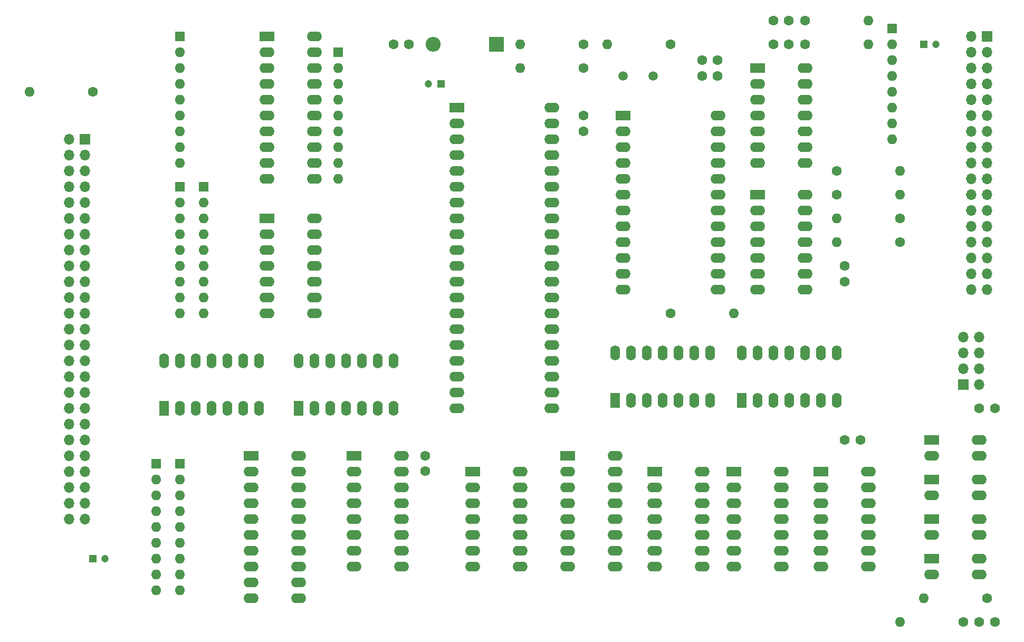
<source format=gbr>
%TF.GenerationSoftware,KiCad,Pcbnew,(5.1.10)-1*%
%TF.CreationDate,2022-02-01T13:34:57+01:00*%
%TF.ProjectId,TA8-FDC,5441382d-4644-4432-9e6b-696361645f70,rev?*%
%TF.SameCoordinates,Original*%
%TF.FileFunction,Soldermask,Top*%
%TF.FilePolarity,Negative*%
%FSLAX46Y46*%
G04 Gerber Fmt 4.6, Leading zero omitted, Abs format (unit mm)*
G04 Created by KiCad (PCBNEW (5.1.10)-1) date 2022-02-01 13:34:57*
%MOMM*%
%LPD*%
G01*
G04 APERTURE LIST*
%ADD10O,1.600000X1.600000*%
%ADD11C,1.600000*%
%ADD12O,2.400000X1.600000*%
%ADD13R,2.400000X1.600000*%
%ADD14O,1.700000X1.700000*%
%ADD15R,1.700000X1.700000*%
%ADD16R,1.600000X1.600000*%
%ADD17O,2.400000X2.400000*%
%ADD18R,2.400000X2.400000*%
%ADD19C,1.500000*%
%ADD20C,1.200000*%
%ADD21R,1.200000X1.200000*%
%ADD22O,1.600000X2.400000*%
%ADD23R,1.600000X2.400000*%
G04 APERTURE END LIST*
D10*
%TO.C,R4*%
X250190000Y-137160000D03*
D11*
X260350000Y-137160000D03*
%TD*%
D10*
%TO.C,R3*%
X254000000Y-133350000D03*
D11*
X264160000Y-133350000D03*
%TD*%
D10*
%TO.C,R2*%
X245110000Y-44450000D03*
D11*
X234950000Y-44450000D03*
%TD*%
D10*
%TO.C,R1*%
X245110000Y-40640000D03*
D11*
X234950000Y-40640000D03*
%TD*%
%TO.C,C7*%
X262930000Y-137160000D03*
X265430000Y-137160000D03*
%TD*%
%TO.C,C6*%
X232370000Y-44450000D03*
X229870000Y-44450000D03*
%TD*%
%TO.C,C5*%
X262930000Y-102870000D03*
X265430000Y-102870000D03*
%TD*%
%TO.C,C4*%
X232370000Y-40640000D03*
X229870000Y-40640000D03*
%TD*%
D12*
%TO.C,U4*%
X262890000Y-127000000D03*
X255270000Y-129540000D03*
X262890000Y-129540000D03*
D13*
X255270000Y-127000000D03*
%TD*%
D12*
%TO.C,U3*%
X262890000Y-120650000D03*
X255270000Y-123190000D03*
X262890000Y-123190000D03*
D13*
X255270000Y-120650000D03*
%TD*%
D12*
%TO.C,U2*%
X262890000Y-114300000D03*
X255270000Y-116840000D03*
X262890000Y-116840000D03*
D13*
X255270000Y-114300000D03*
%TD*%
D14*
%TO.C,J2*%
X262890000Y-91440000D03*
X260350000Y-91440000D03*
X262890000Y-93980000D03*
X260350000Y-93980000D03*
X262890000Y-96520000D03*
X260350000Y-96520000D03*
X262890000Y-99060000D03*
D15*
X260350000Y-99060000D03*
%TD*%
D12*
%TO.C,U5*%
X262890000Y-107950000D03*
X255270000Y-110490000D03*
X262890000Y-110490000D03*
D13*
X255270000Y-107950000D03*
%TD*%
D12*
%TO.C,IC105*%
X218440000Y-113030000D03*
X210820000Y-128270000D03*
X218440000Y-115570000D03*
X210820000Y-125730000D03*
X218440000Y-118110000D03*
X210820000Y-123190000D03*
X218440000Y-120650000D03*
X210820000Y-120650000D03*
X218440000Y-123190000D03*
X210820000Y-118110000D03*
X218440000Y-125730000D03*
X210820000Y-115570000D03*
X218440000Y-128270000D03*
D13*
X210820000Y-113030000D03*
%TD*%
D12*
%TO.C,IC10*%
X220980000Y-55880000D03*
X205740000Y-83820000D03*
X220980000Y-58420000D03*
X205740000Y-81280000D03*
X220980000Y-60960000D03*
X205740000Y-78740000D03*
X220980000Y-63500000D03*
X205740000Y-76200000D03*
X220980000Y-66040000D03*
X205740000Y-73660000D03*
X220980000Y-68580000D03*
X205740000Y-71120000D03*
X220980000Y-71120000D03*
X205740000Y-68580000D03*
X220980000Y-73660000D03*
X205740000Y-66040000D03*
X220980000Y-76200000D03*
X205740000Y-63500000D03*
X220980000Y-78740000D03*
X205740000Y-60960000D03*
X220980000Y-81280000D03*
X205740000Y-58420000D03*
X220980000Y-83820000D03*
D13*
X205740000Y-55880000D03*
%TD*%
D14*
%TO.C,J1*%
X261620000Y-83820000D03*
X264160000Y-83820000D03*
X261620000Y-81280000D03*
X264160000Y-81280000D03*
X261620000Y-78740000D03*
X264160000Y-78740000D03*
X261620000Y-76200000D03*
X264160000Y-76200000D03*
X261620000Y-73660000D03*
X264160000Y-73660000D03*
X261620000Y-71120000D03*
X264160000Y-71120000D03*
X261620000Y-68580000D03*
X264160000Y-68580000D03*
X261620000Y-66040000D03*
X264160000Y-66040000D03*
X261620000Y-63500000D03*
X264160000Y-63500000D03*
X261620000Y-60960000D03*
X264160000Y-60960000D03*
X261620000Y-58420000D03*
X264160000Y-58420000D03*
X261620000Y-55880000D03*
X264160000Y-55880000D03*
X261620000Y-53340000D03*
X264160000Y-53340000D03*
X261620000Y-50800000D03*
X264160000Y-50800000D03*
X261620000Y-48260000D03*
X264160000Y-48260000D03*
X261620000Y-45720000D03*
X264160000Y-45720000D03*
X261620000Y-43180000D03*
D15*
X264160000Y-43180000D03*
%TD*%
D12*
%TO.C,IC109*%
X234950000Y-68580000D03*
X227330000Y-83820000D03*
X234950000Y-71120000D03*
X227330000Y-81280000D03*
X234950000Y-73660000D03*
X227330000Y-78740000D03*
X234950000Y-76200000D03*
X227330000Y-76200000D03*
X234950000Y-78740000D03*
X227330000Y-73660000D03*
X234950000Y-81280000D03*
X227330000Y-71120000D03*
X234950000Y-83820000D03*
D13*
X227330000Y-68580000D03*
%TD*%
D12*
%TO.C,IC102*%
X234950000Y-48260000D03*
X227330000Y-63500000D03*
X234950000Y-50800000D03*
X227330000Y-60960000D03*
X234950000Y-53340000D03*
X227330000Y-58420000D03*
X234950000Y-55880000D03*
X227330000Y-55880000D03*
X234950000Y-58420000D03*
X227330000Y-53340000D03*
X234950000Y-60960000D03*
X227330000Y-50800000D03*
X234950000Y-63500000D03*
D13*
X227330000Y-48260000D03*
%TD*%
D12*
%TO.C,IC108*%
X204470000Y-110490000D03*
X196850000Y-128270000D03*
X204470000Y-113030000D03*
X196850000Y-125730000D03*
X204470000Y-115570000D03*
X196850000Y-123190000D03*
X204470000Y-118110000D03*
X196850000Y-120650000D03*
X204470000Y-120650000D03*
X196850000Y-118110000D03*
X204470000Y-123190000D03*
X196850000Y-115570000D03*
X204470000Y-125730000D03*
X196850000Y-113030000D03*
X204470000Y-128270000D03*
D13*
X196850000Y-110490000D03*
%TD*%
D12*
%TO.C,U16*%
X153670000Y-110490000D03*
X146050000Y-133350000D03*
X153670000Y-113030000D03*
X146050000Y-130810000D03*
X153670000Y-115570000D03*
X146050000Y-128270000D03*
X153670000Y-118110000D03*
X146050000Y-125730000D03*
X153670000Y-120650000D03*
X146050000Y-123190000D03*
X153670000Y-123190000D03*
X146050000Y-120650000D03*
X153670000Y-125730000D03*
X146050000Y-118110000D03*
X153670000Y-128270000D03*
X146050000Y-115570000D03*
X153670000Y-130810000D03*
X146050000Y-113030000D03*
X153670000Y-133350000D03*
D13*
X146050000Y-110490000D03*
%TD*%
D12*
%TO.C,U1*%
X231140000Y-113030000D03*
X223520000Y-128270000D03*
X231140000Y-115570000D03*
X223520000Y-125730000D03*
X231140000Y-118110000D03*
X223520000Y-123190000D03*
X231140000Y-120650000D03*
X223520000Y-120650000D03*
X231140000Y-123190000D03*
X223520000Y-118110000D03*
X231140000Y-125730000D03*
X223520000Y-115570000D03*
X231140000Y-128270000D03*
D13*
X223520000Y-113030000D03*
%TD*%
D12*
%TO.C,IC116*%
X156210000Y-72390000D03*
X148590000Y-87630000D03*
X156210000Y-74930000D03*
X148590000Y-85090000D03*
X156210000Y-77470000D03*
X148590000Y-82550000D03*
X156210000Y-80010000D03*
X148590000Y-80010000D03*
X156210000Y-82550000D03*
X148590000Y-77470000D03*
X156210000Y-85090000D03*
X148590000Y-74930000D03*
X156210000Y-87630000D03*
D13*
X148590000Y-72390000D03*
%TD*%
D10*
%TO.C,RN1*%
X248920000Y-59690000D03*
X248920000Y-57150000D03*
X248920000Y-54610000D03*
X248920000Y-52070000D03*
X248920000Y-49530000D03*
X248920000Y-46990000D03*
X248920000Y-44450000D03*
D16*
X248920000Y-41910000D03*
%TD*%
D10*
%TO.C,R107*%
X223520000Y-87630000D03*
D11*
X213360000Y-87630000D03*
%TD*%
D10*
%TO.C,R142*%
X110490000Y-52070000D03*
D11*
X120650000Y-52070000D03*
%TD*%
D10*
%TO.C,R108*%
X203200000Y-44450000D03*
D11*
X213360000Y-44450000D03*
%TD*%
D10*
%TO.C,R106*%
X250190000Y-68580000D03*
D11*
X240030000Y-68580000D03*
%TD*%
D10*
%TO.C,R105*%
X240030000Y-72390000D03*
D11*
X250190000Y-72390000D03*
%TD*%
D10*
%TO.C,R104*%
X240030000Y-76200000D03*
D11*
X250190000Y-76200000D03*
%TD*%
D10*
%TO.C,R103*%
X250190000Y-64770000D03*
D11*
X240030000Y-64770000D03*
%TD*%
D10*
%TO.C,R102*%
X189230000Y-44450000D03*
D11*
X199390000Y-44450000D03*
%TD*%
D10*
%TO.C,R101*%
X189230000Y-48260000D03*
D11*
X199390000Y-48260000D03*
%TD*%
D17*
%TO.C,D101*%
X175260000Y-44450000D03*
D18*
X185420000Y-44450000D03*
%TD*%
D19*
%TO.C,CY101*%
X210620000Y-49530000D03*
X205740000Y-49530000D03*
%TD*%
D11*
%TO.C,C107*%
X220940000Y-46990000D03*
X218440000Y-46990000D03*
%TD*%
%TO.C,C106*%
X173990000Y-112990000D03*
X173990000Y-110490000D03*
%TD*%
%TO.C,C105*%
X241300000Y-80050000D03*
X241300000Y-82550000D03*
%TD*%
%TO.C,C104*%
X220940000Y-49530000D03*
X218440000Y-49530000D03*
%TD*%
%TO.C,C103*%
X243840000Y-107950000D03*
X241340000Y-107950000D03*
%TD*%
%TO.C,C102*%
X199390000Y-55920000D03*
X199390000Y-58420000D03*
%TD*%
D20*
%TO.C,C101*%
X174530000Y-50800000D03*
D21*
X176530000Y-50800000D03*
%TD*%
D20*
%TO.C,C3*%
X256000000Y-44450000D03*
D21*
X254000000Y-44450000D03*
%TD*%
D11*
%TO.C,C2*%
X171410000Y-44450000D03*
X168910000Y-44450000D03*
%TD*%
D20*
%TO.C,C1*%
X122650000Y-127000000D03*
D21*
X120650000Y-127000000D03*
%TD*%
D10*
%TO.C,RA106*%
X134620000Y-87630000D03*
X134620000Y-85090000D03*
X134620000Y-82550000D03*
X134620000Y-80010000D03*
X134620000Y-77470000D03*
X134620000Y-74930000D03*
X134620000Y-72390000D03*
X134620000Y-69850000D03*
D16*
X134620000Y-67310000D03*
%TD*%
D10*
%TO.C,RA102*%
X134620000Y-63500000D03*
X134620000Y-60960000D03*
X134620000Y-58420000D03*
X134620000Y-55880000D03*
X134620000Y-53340000D03*
X134620000Y-50800000D03*
X134620000Y-48260000D03*
X134620000Y-45720000D03*
D16*
X134620000Y-43180000D03*
%TD*%
D10*
%TO.C,RA101*%
X160020000Y-66040000D03*
X160020000Y-63500000D03*
X160020000Y-60960000D03*
X160020000Y-58420000D03*
X160020000Y-55880000D03*
X160020000Y-53340000D03*
X160020000Y-50800000D03*
X160020000Y-48260000D03*
D16*
X160020000Y-45720000D03*
%TD*%
D10*
%TO.C,RA3*%
X138430000Y-87630000D03*
X138430000Y-85090000D03*
X138430000Y-82550000D03*
X138430000Y-80010000D03*
X138430000Y-77470000D03*
X138430000Y-74930000D03*
X138430000Y-72390000D03*
X138430000Y-69850000D03*
D16*
X138430000Y-67310000D03*
%TD*%
D10*
%TO.C,RA2*%
X130810000Y-132080000D03*
X130810000Y-129540000D03*
X130810000Y-127000000D03*
X130810000Y-124460000D03*
X130810000Y-121920000D03*
X130810000Y-119380000D03*
X130810000Y-116840000D03*
X130810000Y-114300000D03*
D16*
X130810000Y-111760000D03*
%TD*%
D10*
%TO.C,RA1*%
X134620000Y-132080000D03*
X134620000Y-129540000D03*
X134620000Y-127000000D03*
X134620000Y-124460000D03*
X134620000Y-121920000D03*
X134620000Y-119380000D03*
X134620000Y-116840000D03*
X134620000Y-114300000D03*
D16*
X134620000Y-111760000D03*
%TD*%
D12*
%TO.C,LSI101*%
X194310000Y-54610000D03*
X179070000Y-102870000D03*
X194310000Y-57150000D03*
X179070000Y-100330000D03*
X194310000Y-59690000D03*
X179070000Y-97790000D03*
X194310000Y-62230000D03*
X179070000Y-95250000D03*
X194310000Y-64770000D03*
X179070000Y-92710000D03*
X194310000Y-67310000D03*
X179070000Y-90170000D03*
X194310000Y-69850000D03*
X179070000Y-87630000D03*
X194310000Y-72390000D03*
X179070000Y-85090000D03*
X194310000Y-74930000D03*
X179070000Y-82550000D03*
X194310000Y-77470000D03*
X179070000Y-80010000D03*
X194310000Y-80010000D03*
X179070000Y-77470000D03*
X194310000Y-82550000D03*
X179070000Y-74930000D03*
X194310000Y-85090000D03*
X179070000Y-72390000D03*
X194310000Y-87630000D03*
X179070000Y-69850000D03*
X194310000Y-90170000D03*
X179070000Y-67310000D03*
X194310000Y-92710000D03*
X179070000Y-64770000D03*
X194310000Y-95250000D03*
X179070000Y-62230000D03*
X194310000Y-97790000D03*
X179070000Y-59690000D03*
X194310000Y-100330000D03*
X179070000Y-57150000D03*
X194310000Y-102870000D03*
D13*
X179070000Y-54610000D03*
%TD*%
D14*
%TO.C,JCNB103*%
X116840000Y-120650000D03*
X119380000Y-120650000D03*
X116840000Y-118110000D03*
X119380000Y-118110000D03*
X116840000Y-115570000D03*
X119380000Y-115570000D03*
X116840000Y-113030000D03*
X119380000Y-113030000D03*
X116840000Y-110490000D03*
X119380000Y-110490000D03*
X116840000Y-107950000D03*
X119380000Y-107950000D03*
X116840000Y-105410000D03*
X119380000Y-105410000D03*
X116840000Y-102870000D03*
X119380000Y-102870000D03*
X116840000Y-100330000D03*
X119380000Y-100330000D03*
X116840000Y-97790000D03*
X119380000Y-97790000D03*
X116840000Y-95250000D03*
X119380000Y-95250000D03*
X116840000Y-92710000D03*
X119380000Y-92710000D03*
X116840000Y-90170000D03*
X119380000Y-90170000D03*
X116840000Y-87630000D03*
X119380000Y-87630000D03*
X116840000Y-85090000D03*
X119380000Y-85090000D03*
X116840000Y-82550000D03*
X119380000Y-82550000D03*
X116840000Y-80010000D03*
X119380000Y-80010000D03*
X116840000Y-77470000D03*
X119380000Y-77470000D03*
X116840000Y-74930000D03*
X119380000Y-74930000D03*
X116840000Y-72390000D03*
X119380000Y-72390000D03*
X116840000Y-69850000D03*
X119380000Y-69850000D03*
X116840000Y-67310000D03*
X119380000Y-67310000D03*
X116840000Y-64770000D03*
X119380000Y-64770000D03*
X116840000Y-62230000D03*
X119380000Y-62230000D03*
X116840000Y-59690000D03*
D15*
X119380000Y-59690000D03*
%TD*%
D12*
%TO.C,IC119*%
X189230000Y-113030000D03*
X181610000Y-128270000D03*
X189230000Y-115570000D03*
X181610000Y-125730000D03*
X189230000Y-118110000D03*
X181610000Y-123190000D03*
X189230000Y-120650000D03*
X181610000Y-120650000D03*
X189230000Y-123190000D03*
X181610000Y-118110000D03*
X189230000Y-125730000D03*
X181610000Y-115570000D03*
X189230000Y-128270000D03*
D13*
X181610000Y-113030000D03*
%TD*%
D22*
%TO.C,IC117*%
X204470000Y-93980000D03*
X219710000Y-101600000D03*
X207010000Y-93980000D03*
X217170000Y-101600000D03*
X209550000Y-93980000D03*
X214630000Y-101600000D03*
X212090000Y-93980000D03*
X212090000Y-101600000D03*
X214630000Y-93980000D03*
X209550000Y-101600000D03*
X217170000Y-93980000D03*
X207010000Y-101600000D03*
X219710000Y-93980000D03*
D23*
X204470000Y-101600000D03*
%TD*%
D22*
%TO.C,IC113*%
X153670000Y-95250000D03*
X168910000Y-102870000D03*
X156210000Y-95250000D03*
X166370000Y-102870000D03*
X158750000Y-95250000D03*
X163830000Y-102870000D03*
X161290000Y-95250000D03*
X161290000Y-102870000D03*
X163830000Y-95250000D03*
X158750000Y-102870000D03*
X166370000Y-95250000D03*
X156210000Y-102870000D03*
X168910000Y-95250000D03*
D23*
X153670000Y-102870000D03*
%TD*%
D12*
%TO.C,IC112*%
X245110000Y-113030000D03*
X237490000Y-128270000D03*
X245110000Y-115570000D03*
X237490000Y-125730000D03*
X245110000Y-118110000D03*
X237490000Y-123190000D03*
X245110000Y-120650000D03*
X237490000Y-120650000D03*
X245110000Y-123190000D03*
X237490000Y-118110000D03*
X245110000Y-125730000D03*
X237490000Y-115570000D03*
X245110000Y-128270000D03*
D13*
X237490000Y-113030000D03*
%TD*%
D22*
%TO.C,IC110*%
X132080000Y-95250000D03*
X147320000Y-102870000D03*
X134620000Y-95250000D03*
X144780000Y-102870000D03*
X137160000Y-95250000D03*
X142240000Y-102870000D03*
X139700000Y-95250000D03*
X139700000Y-102870000D03*
X142240000Y-95250000D03*
X137160000Y-102870000D03*
X144780000Y-95250000D03*
X134620000Y-102870000D03*
X147320000Y-95250000D03*
D23*
X132080000Y-102870000D03*
%TD*%
D12*
%TO.C,IC107*%
X156210000Y-43180000D03*
X148590000Y-66040000D03*
X156210000Y-45720000D03*
X148590000Y-63500000D03*
X156210000Y-48260000D03*
X148590000Y-60960000D03*
X156210000Y-50800000D03*
X148590000Y-58420000D03*
X156210000Y-53340000D03*
X148590000Y-55880000D03*
X156210000Y-55880000D03*
X148590000Y-53340000D03*
X156210000Y-58420000D03*
X148590000Y-50800000D03*
X156210000Y-60960000D03*
X148590000Y-48260000D03*
X156210000Y-63500000D03*
X148590000Y-45720000D03*
X156210000Y-66040000D03*
D13*
X148590000Y-43180000D03*
%TD*%
D12*
%TO.C,IC106*%
X170180000Y-110490000D03*
X162560000Y-128270000D03*
X170180000Y-113030000D03*
X162560000Y-125730000D03*
X170180000Y-115570000D03*
X162560000Y-123190000D03*
X170180000Y-118110000D03*
X162560000Y-120650000D03*
X170180000Y-120650000D03*
X162560000Y-118110000D03*
X170180000Y-123190000D03*
X162560000Y-115570000D03*
X170180000Y-125730000D03*
X162560000Y-113030000D03*
X170180000Y-128270000D03*
D13*
X162560000Y-110490000D03*
%TD*%
D22*
%TO.C,IC103*%
X224790000Y-93980000D03*
X240030000Y-101600000D03*
X227330000Y-93980000D03*
X237490000Y-101600000D03*
X229870000Y-93980000D03*
X234950000Y-101600000D03*
X232410000Y-93980000D03*
X232410000Y-101600000D03*
X234950000Y-93980000D03*
X229870000Y-101600000D03*
X237490000Y-93980000D03*
X227330000Y-101600000D03*
X240030000Y-93980000D03*
D23*
X224790000Y-101600000D03*
%TD*%
M02*

</source>
